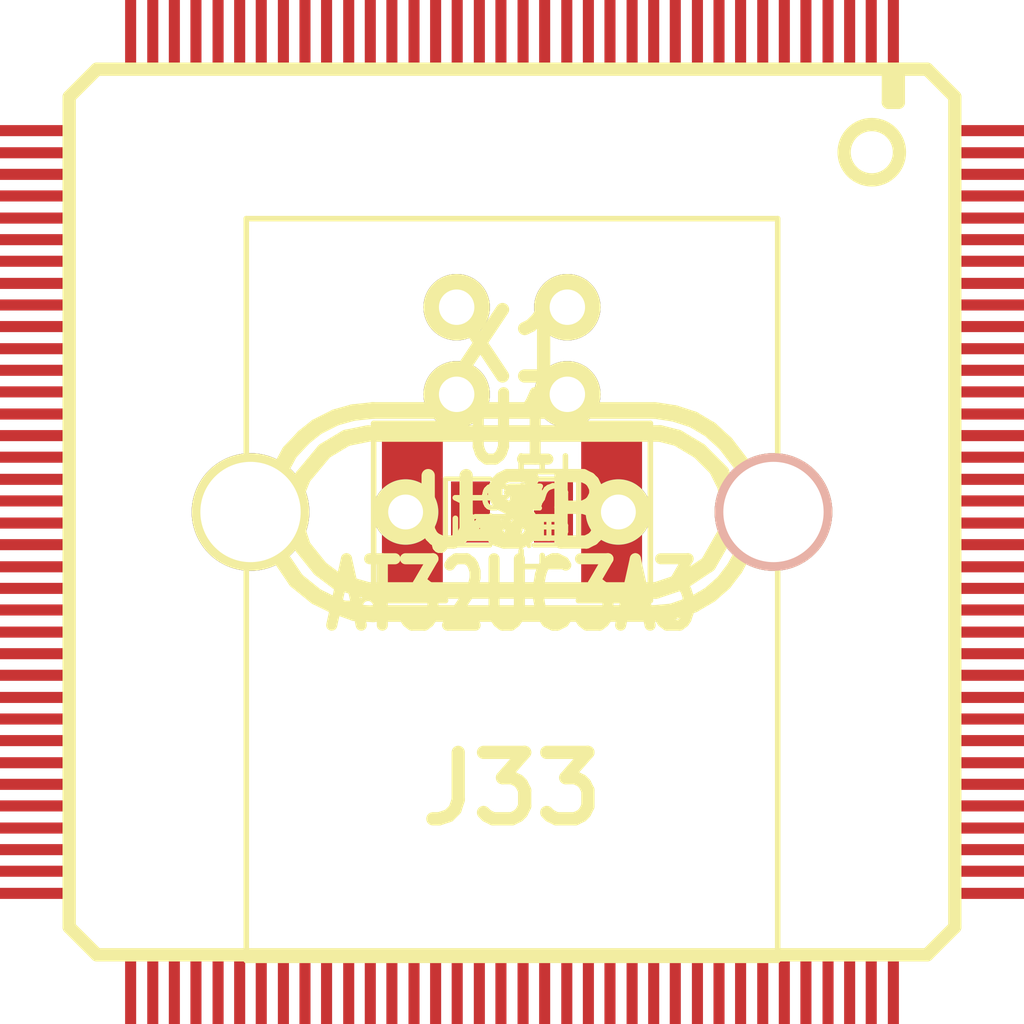
<source format=kicad_pcb>
(kicad_pcb (version 3) (host pcbnew "(2014-03-19 BZR 4756)-product")

  (general
    (links 93)
    (no_connects 40)
    (area 0 0 0 0)
    (thickness 1.6)
    (drawings 0)
    (tracks 0)
    (zones 0)
    (modules 37)
    (nets 14)
  )

  (page A4)
  (layers
    (15 F.Cu signal)
    (0 B.Cu signal)
    (16 B.Adhes user)
    (17 F.Adhes user)
    (18 B.Paste user)
    (19 F.Paste user)
    (20 B.SilkS user)
    (21 F.SilkS user)
    (22 B.Mask user)
    (23 F.Mask user)
    (24 Dwgs.User user)
    (25 Cmts.User user)
    (26 Eco1.User user)
    (27 Eco2.User user)
    (28 Edge.Cuts user)
  )

  (setup
    (last_trace_width 0.254)
    (trace_clearance 0.254)
    (zone_clearance 0.508)
    (zone_45_only no)
    (trace_min 0.254)
    (segment_width 0.2)
    (edge_width 0.15)
    (via_size 0.889)
    (via_drill 0.635)
    (via_min_size 0.889)
    (via_min_drill 0.508)
    (uvia_size 0.508)
    (uvia_drill 0.127)
    (uvias_allowed no)
    (uvia_min_size 0.508)
    (uvia_min_drill 0.127)
    (pcb_text_width 0.3)
    (pcb_text_size 1 1)
    (mod_edge_width 0.15)
    (mod_text_size 1 1)
    (mod_text_width 0.15)
    (pad_size 1 1)
    (pad_drill 0.6)
    (pad_to_mask_clearance 0)
    (aux_axis_origin 0 0)
    (visible_elements FFFFFF7F)
    (pcbplotparams
      (layerselection 3178497)
      (usegerberextensions true)
      (excludeedgelayer true)
      (linewidth 0.150000)
      (plotframeref false)
      (viasonmask false)
      (mode 1)
      (useauxorigin false)
      (hpglpennumber 1)
      (hpglpenspeed 20)
      (hpglpendiameter 15)
      (hpglpenoverlay 2)
      (psnegative false)
      (psa4output false)
      (plotreference true)
      (plotvalue true)
      (plotothertext true)
      (plotinvisibletext false)
      (padsonsilk false)
      (subtractmaskfromsilk false)
      (outputformat 1)
      (mirror false)
      (drillshape 1)
      (scaleselection 1)
      (outputdirectory ""))
  )

  (net 0 "")
  (net 1 +3.3V)
  (net 2 GND)
  (net 3 "Net-(C10-Pad1)")
  (net 4 "Net-(C18-Pad1)")
  (net 5 "Net-(C27-Pad1)")
  (net 6 "Net-(C28-Pad1)")
  (net 7 +5V)
  (net 8 "Net-(J33-Pad2)")
  (net 9 "Net-(J33-Pad3)")
  (net 10 "Net-(CON1-Pad6)")
  (net 11 "Net-(R4-Pad1)")
  (net 12 "Net-(R5-Pad1)")
  (net 13 "Net-(J41-Pad1)")

  (net_class Default "This is the default net class."
    (clearance 0.254)
    (trace_width 0.254)
    (via_dia 0.889)
    (via_drill 0.635)
    (uvia_dia 0.508)
    (uvia_drill 0.127)
    (add_net +3.3V)
    (add_net +5V)
    (add_net GND)
    (add_net "Net-(C10-Pad1)")
    (add_net "Net-(C18-Pad1)")
    (add_net "Net-(C27-Pad1)")
    (add_net "Net-(C28-Pad1)")
    (add_net "Net-(CON1-Pad6)")
    (add_net "Net-(J33-Pad2)")
    (add_net "Net-(J33-Pad3)")
    (add_net "Net-(J41-Pad1)")
    (add_net "Net-(R4-Pad1)")
    (add_net "Net-(R5-Pad1)")
  )

  (module SMD_Packages:SM0805 (layer F.Cu) (tedit 53B886C5) (tstamp 53B88851)
    (at 143.1011 105.4036)
    (path /4AC4586E)
    (attr smd)
    (fp_text reference C1 (at 0 -0.3175) (layer F.SilkS)
      (effects (font (size 0.50038 0.50038) (thickness 0.10922)))
    )
    (fp_text value 470pF (at 0 0.381) (layer F.SilkS)
      (effects (font (size 0.50038 0.50038) (thickness 0.10922)))
    )
    (fp_circle (center -1.651 0.762) (end -1.651 0.635) (layer F.SilkS) (width 0.09906))
    (fp_line (start -0.508 0.762) (end -1.524 0.762) (layer F.SilkS) (width 0.09906))
    (fp_line (start -1.524 0.762) (end -1.524 -0.762) (layer F.SilkS) (width 0.09906))
    (fp_line (start -1.524 -0.762) (end -0.508 -0.762) (layer F.SilkS) (width 0.09906))
    (fp_line (start 0.508 -0.762) (end 1.524 -0.762) (layer F.SilkS) (width 0.09906))
    (fp_line (start 1.524 -0.762) (end 1.524 0.762) (layer F.SilkS) (width 0.09906))
    (fp_line (start 1.524 0.762) (end 0.508 0.762) (layer F.SilkS) (width 0.09906))
    (pad 1 smd rect (at -0.9525 0) (size 0.889 1.397) (layers F.Cu F.Paste F.Mask)
      (net 1 +3.3V))
    (pad 2 smd rect (at 0.9525 0) (size 0.889 1.397) (layers F.Cu F.Paste F.Mask)
      (net 2 GND))
    (model smd/chip_cms.wrl
      (at (xyz 0 0 0))
      (scale (xyz 0.1 0.1 0.1))
      (rotate (xyz 0 0 0))
    )
  )

  (module SMD_Packages:SM0805 (layer F.Cu) (tedit 53B886C5) (tstamp 53B8885E)
    (at 143.1011 105.4036)
    (path /4AC4520D)
    (attr smd)
    (fp_text reference C2 (at 0 -0.3175) (layer F.SilkS)
      (effects (font (size 0.50038 0.50038) (thickness 0.10922)))
    )
    (fp_text value 33nF (at 0 0.381) (layer F.SilkS)
      (effects (font (size 0.50038 0.50038) (thickness 0.10922)))
    )
    (fp_circle (center -1.651 0.762) (end -1.651 0.635) (layer F.SilkS) (width 0.09906))
    (fp_line (start -0.508 0.762) (end -1.524 0.762) (layer F.SilkS) (width 0.09906))
    (fp_line (start -1.524 0.762) (end -1.524 -0.762) (layer F.SilkS) (width 0.09906))
    (fp_line (start -1.524 -0.762) (end -0.508 -0.762) (layer F.SilkS) (width 0.09906))
    (fp_line (start 0.508 -0.762) (end 1.524 -0.762) (layer F.SilkS) (width 0.09906))
    (fp_line (start 1.524 -0.762) (end 1.524 0.762) (layer F.SilkS) (width 0.09906))
    (fp_line (start 1.524 0.762) (end 0.508 0.762) (layer F.SilkS) (width 0.09906))
    (pad 1 smd rect (at -0.9525 0) (size 0.889 1.397) (layers F.Cu F.Paste F.Mask)
      (net 1 +3.3V))
    (pad 2 smd rect (at 0.9525 0) (size 0.889 1.397) (layers F.Cu F.Paste F.Mask)
      (net 2 GND))
    (model smd/chip_cms.wrl
      (at (xyz 0 0 0))
      (scale (xyz 0.1 0.1 0.1))
      (rotate (xyz 0 0 0))
    )
  )

  (module SMD_Packages:SM0805 (layer F.Cu) (tedit 53B886C5) (tstamp 53B8886B)
    (at 143.1011 105.4036)
    (path /4AC44ED7)
    (attr smd)
    (fp_text reference C3 (at 0 -0.3175) (layer F.SilkS)
      (effects (font (size 0.50038 0.50038) (thickness 0.10922)))
    )
    (fp_text value 100nF (at 0 0.381) (layer F.SilkS)
      (effects (font (size 0.50038 0.50038) (thickness 0.10922)))
    )
    (fp_circle (center -1.651 0.762) (end -1.651 0.635) (layer F.SilkS) (width 0.09906))
    (fp_line (start -0.508 0.762) (end -1.524 0.762) (layer F.SilkS) (width 0.09906))
    (fp_line (start -1.524 0.762) (end -1.524 -0.762) (layer F.SilkS) (width 0.09906))
    (fp_line (start -1.524 -0.762) (end -0.508 -0.762) (layer F.SilkS) (width 0.09906))
    (fp_line (start 0.508 -0.762) (end 1.524 -0.762) (layer F.SilkS) (width 0.09906))
    (fp_line (start 1.524 -0.762) (end 1.524 0.762) (layer F.SilkS) (width 0.09906))
    (fp_line (start 1.524 0.762) (end 0.508 0.762) (layer F.SilkS) (width 0.09906))
    (pad 1 smd rect (at -0.9525 0) (size 0.889 1.397) (layers F.Cu F.Paste F.Mask)
      (net 1 +3.3V))
    (pad 2 smd rect (at 0.9525 0) (size 0.889 1.397) (layers F.Cu F.Paste F.Mask)
      (net 2 GND))
    (model smd/chip_cms.wrl
      (at (xyz 0 0 0))
      (scale (xyz 0.1 0.1 0.1))
      (rotate (xyz 0 0 0))
    )
  )

  (module SMD_Packages:SM0805 (layer F.Cu) (tedit 53B886C5) (tstamp 53B88878)
    (at 143.1011 105.4036)
    (path /4AC45A1F)
    (attr smd)
    (fp_text reference C4 (at 0 -0.3175) (layer F.SilkS)
      (effects (font (size 0.50038 0.50038) (thickness 0.10922)))
    )
    (fp_text value 2u2 (at 0 0.381) (layer F.SilkS)
      (effects (font (size 0.50038 0.50038) (thickness 0.10922)))
    )
    (fp_circle (center -1.651 0.762) (end -1.651 0.635) (layer F.SilkS) (width 0.09906))
    (fp_line (start -0.508 0.762) (end -1.524 0.762) (layer F.SilkS) (width 0.09906))
    (fp_line (start -1.524 0.762) (end -1.524 -0.762) (layer F.SilkS) (width 0.09906))
    (fp_line (start -1.524 -0.762) (end -0.508 -0.762) (layer F.SilkS) (width 0.09906))
    (fp_line (start 0.508 -0.762) (end 1.524 -0.762) (layer F.SilkS) (width 0.09906))
    (fp_line (start 1.524 -0.762) (end 1.524 0.762) (layer F.SilkS) (width 0.09906))
    (fp_line (start 1.524 0.762) (end 0.508 0.762) (layer F.SilkS) (width 0.09906))
    (pad 1 smd rect (at -0.9525 0) (size 0.889 1.397) (layers F.Cu F.Paste F.Mask)
      (net 1 +3.3V))
    (pad 2 smd rect (at 0.9525 0) (size 0.889 1.397) (layers F.Cu F.Paste F.Mask)
      (net 2 GND))
    (model smd/chip_cms.wrl
      (at (xyz 0 0 0))
      (scale (xyz 0.1 0.1 0.1))
      (rotate (xyz 0 0 0))
    )
  )

  (module SMD_Packages:SM0805 (layer F.Cu) (tedit 53B886C5) (tstamp 53B88885)
    (at 143.1011 105.4036)
    (path /4AC45194)
    (attr smd)
    (fp_text reference C5 (at 0 -0.3175) (layer F.SilkS)
      (effects (font (size 0.50038 0.50038) (thickness 0.10922)))
    )
    (fp_text value 33nF (at 0 0.381) (layer F.SilkS)
      (effects (font (size 0.50038 0.50038) (thickness 0.10922)))
    )
    (fp_circle (center -1.651 0.762) (end -1.651 0.635) (layer F.SilkS) (width 0.09906))
    (fp_line (start -0.508 0.762) (end -1.524 0.762) (layer F.SilkS) (width 0.09906))
    (fp_line (start -1.524 0.762) (end -1.524 -0.762) (layer F.SilkS) (width 0.09906))
    (fp_line (start -1.524 -0.762) (end -0.508 -0.762) (layer F.SilkS) (width 0.09906))
    (fp_line (start 0.508 -0.762) (end 1.524 -0.762) (layer F.SilkS) (width 0.09906))
    (fp_line (start 1.524 -0.762) (end 1.524 0.762) (layer F.SilkS) (width 0.09906))
    (fp_line (start 1.524 0.762) (end 0.508 0.762) (layer F.SilkS) (width 0.09906))
    (pad 1 smd rect (at -0.9525 0) (size 0.889 1.397) (layers F.Cu F.Paste F.Mask)
      (net 1 +3.3V))
    (pad 2 smd rect (at 0.9525 0) (size 0.889 1.397) (layers F.Cu F.Paste F.Mask)
      (net 2 GND))
    (model smd/chip_cms.wrl
      (at (xyz 0 0 0))
      (scale (xyz 0.1 0.1 0.1))
      (rotate (xyz 0 0 0))
    )
  )

  (module SMD_Packages:SM0805 (layer F.Cu) (tedit 53B886C5) (tstamp 53B88892)
    (at 143.1011 105.4036)
    (path /4ACCEFBC)
    (attr smd)
    (fp_text reference C6 (at 0 -0.3175) (layer F.SilkS)
      (effects (font (size 0.50038 0.50038) (thickness 0.10922)))
    )
    (fp_text value 1nF (at 0 0.381) (layer F.SilkS)
      (effects (font (size 0.50038 0.50038) (thickness 0.10922)))
    )
    (fp_circle (center -1.651 0.762) (end -1.651 0.635) (layer F.SilkS) (width 0.09906))
    (fp_line (start -0.508 0.762) (end -1.524 0.762) (layer F.SilkS) (width 0.09906))
    (fp_line (start -1.524 0.762) (end -1.524 -0.762) (layer F.SilkS) (width 0.09906))
    (fp_line (start -1.524 -0.762) (end -0.508 -0.762) (layer F.SilkS) (width 0.09906))
    (fp_line (start 0.508 -0.762) (end 1.524 -0.762) (layer F.SilkS) (width 0.09906))
    (fp_line (start 1.524 -0.762) (end 1.524 0.762) (layer F.SilkS) (width 0.09906))
    (fp_line (start 1.524 0.762) (end 0.508 0.762) (layer F.SilkS) (width 0.09906))
    (pad 1 smd rect (at -0.9525 0) (size 0.889 1.397) (layers F.Cu F.Paste F.Mask)
      (net 1 +3.3V))
    (pad 2 smd rect (at 0.9525 0) (size 0.889 1.397) (layers F.Cu F.Paste F.Mask)
      (net 2 GND))
    (model smd/chip_cms.wrl
      (at (xyz 0 0 0))
      (scale (xyz 0.1 0.1 0.1))
      (rotate (xyz 0 0 0))
    )
  )

  (module SMD_Packages:SM0805 (layer F.Cu) (tedit 53B886C5) (tstamp 53B8889F)
    (at 143.1011 105.4036)
    (path /4AC44EE1)
    (attr smd)
    (fp_text reference C7 (at 0 -0.3175) (layer F.SilkS)
      (effects (font (size 0.50038 0.50038) (thickness 0.10922)))
    )
    (fp_text value 100nF (at 0 0.381) (layer F.SilkS)
      (effects (font (size 0.50038 0.50038) (thickness 0.10922)))
    )
    (fp_circle (center -1.651 0.762) (end -1.651 0.635) (layer F.SilkS) (width 0.09906))
    (fp_line (start -0.508 0.762) (end -1.524 0.762) (layer F.SilkS) (width 0.09906))
    (fp_line (start -1.524 0.762) (end -1.524 -0.762) (layer F.SilkS) (width 0.09906))
    (fp_line (start -1.524 -0.762) (end -0.508 -0.762) (layer F.SilkS) (width 0.09906))
    (fp_line (start 0.508 -0.762) (end 1.524 -0.762) (layer F.SilkS) (width 0.09906))
    (fp_line (start 1.524 -0.762) (end 1.524 0.762) (layer F.SilkS) (width 0.09906))
    (fp_line (start 1.524 0.762) (end 0.508 0.762) (layer F.SilkS) (width 0.09906))
    (pad 1 smd rect (at -0.9525 0) (size 0.889 1.397) (layers F.Cu F.Paste F.Mask)
      (net 1 +3.3V))
    (pad 2 smd rect (at 0.9525 0) (size 0.889 1.397) (layers F.Cu F.Paste F.Mask)
      (net 2 GND))
    (model smd/chip_cms.wrl
      (at (xyz 0 0 0))
      (scale (xyz 0.1 0.1 0.1))
      (rotate (xyz 0 0 0))
    )
  )

  (module SMD_Packages:SM0805 (layer F.Cu) (tedit 53B886C5) (tstamp 53B888AC)
    (at 143.1011 105.4036)
    (path /4AC45B4D)
    (attr smd)
    (fp_text reference C8 (at 0 -0.3175) (layer F.SilkS)
      (effects (font (size 0.50038 0.50038) (thickness 0.10922)))
    )
    (fp_text value 4u7 (at 0 0.381) (layer F.SilkS)
      (effects (font (size 0.50038 0.50038) (thickness 0.10922)))
    )
    (fp_circle (center -1.651 0.762) (end -1.651 0.635) (layer F.SilkS) (width 0.09906))
    (fp_line (start -0.508 0.762) (end -1.524 0.762) (layer F.SilkS) (width 0.09906))
    (fp_line (start -1.524 0.762) (end -1.524 -0.762) (layer F.SilkS) (width 0.09906))
    (fp_line (start -1.524 -0.762) (end -0.508 -0.762) (layer F.SilkS) (width 0.09906))
    (fp_line (start 0.508 -0.762) (end 1.524 -0.762) (layer F.SilkS) (width 0.09906))
    (fp_line (start 1.524 -0.762) (end 1.524 0.762) (layer F.SilkS) (width 0.09906))
    (fp_line (start 1.524 0.762) (end 0.508 0.762) (layer F.SilkS) (width 0.09906))
    (pad 1 smd rect (at -0.9525 0) (size 0.889 1.397) (layers F.Cu F.Paste F.Mask)
      (net 1 +3.3V))
    (pad 2 smd rect (at 0.9525 0) (size 0.889 1.397) (layers F.Cu F.Paste F.Mask)
      (net 2 GND))
    (model smd/chip_cms.wrl
      (at (xyz 0 0 0))
      (scale (xyz 0.1 0.1 0.1))
      (rotate (xyz 0 0 0))
    )
  )

  (module SMD_Packages:SM0805 (layer F.Cu) (tedit 53B886C5) (tstamp 53B888B9)
    (at 143.1011 105.4036)
    (path /4AC451EC)
    (attr smd)
    (fp_text reference C9 (at 0 -0.3175) (layer F.SilkS)
      (effects (font (size 0.50038 0.50038) (thickness 0.10922)))
    )
    (fp_text value 33nF (at 0 0.381) (layer F.SilkS)
      (effects (font (size 0.50038 0.50038) (thickness 0.10922)))
    )
    (fp_circle (center -1.651 0.762) (end -1.651 0.635) (layer F.SilkS) (width 0.09906))
    (fp_line (start -0.508 0.762) (end -1.524 0.762) (layer F.SilkS) (width 0.09906))
    (fp_line (start -1.524 0.762) (end -1.524 -0.762) (layer F.SilkS) (width 0.09906))
    (fp_line (start -1.524 -0.762) (end -0.508 -0.762) (layer F.SilkS) (width 0.09906))
    (fp_line (start 0.508 -0.762) (end 1.524 -0.762) (layer F.SilkS) (width 0.09906))
    (fp_line (start 1.524 -0.762) (end 1.524 0.762) (layer F.SilkS) (width 0.09906))
    (fp_line (start 1.524 0.762) (end 0.508 0.762) (layer F.SilkS) (width 0.09906))
    (pad 1 smd rect (at -0.9525 0) (size 0.889 1.397) (layers F.Cu F.Paste F.Mask)
      (net 1 +3.3V))
    (pad 2 smd rect (at 0.9525 0) (size 0.889 1.397) (layers F.Cu F.Paste F.Mask)
      (net 2 GND))
    (model smd/chip_cms.wrl
      (at (xyz 0 0 0))
      (scale (xyz 0.1 0.1 0.1))
      (rotate (xyz 0 0 0))
    )
  )

  (module SMD_Packages:SM0805 (layer F.Cu) (tedit 53B886C5) (tstamp 53B888C6)
    (at 143.1011 105.4036)
    (path /53B8DA42)
    (attr smd)
    (fp_text reference C10 (at 0 -0.3175) (layer F.SilkS)
      (effects (font (size 0.50038 0.50038) (thickness 0.10922)))
    )
    (fp_text value 10nF (at 0 0.381) (layer F.SilkS)
      (effects (font (size 0.50038 0.50038) (thickness 0.10922)))
    )
    (fp_circle (center -1.651 0.762) (end -1.651 0.635) (layer F.SilkS) (width 0.09906))
    (fp_line (start -0.508 0.762) (end -1.524 0.762) (layer F.SilkS) (width 0.09906))
    (fp_line (start -1.524 0.762) (end -1.524 -0.762) (layer F.SilkS) (width 0.09906))
    (fp_line (start -1.524 -0.762) (end -0.508 -0.762) (layer F.SilkS) (width 0.09906))
    (fp_line (start 0.508 -0.762) (end 1.524 -0.762) (layer F.SilkS) (width 0.09906))
    (fp_line (start 1.524 -0.762) (end 1.524 0.762) (layer F.SilkS) (width 0.09906))
    (fp_line (start 1.524 0.762) (end 0.508 0.762) (layer F.SilkS) (width 0.09906))
    (pad 1 smd rect (at -0.9525 0) (size 0.889 1.397) (layers F.Cu F.Paste F.Mask)
      (net 3 "Net-(C10-Pad1)"))
    (pad 2 smd rect (at 0.9525 0) (size 0.889 1.397) (layers F.Cu F.Paste F.Mask)
      (net 2 GND))
    (model smd/chip_cms.wrl
      (at (xyz 0 0 0))
      (scale (xyz 0.1 0.1 0.1))
      (rotate (xyz 0 0 0))
    )
  )

  (module SMD_Packages:SM0805 (layer F.Cu) (tedit 53B886C5) (tstamp 53B888D3)
    (at 143.1011 105.4036)
    (path /4AC451E6)
    (attr smd)
    (fp_text reference C11 (at 0 -0.3175) (layer F.SilkS)
      (effects (font (size 0.50038 0.50038) (thickness 0.10922)))
    )
    (fp_text value 33n (at 0 0.381) (layer F.SilkS)
      (effects (font (size 0.50038 0.50038) (thickness 0.10922)))
    )
    (fp_circle (center -1.651 0.762) (end -1.651 0.635) (layer F.SilkS) (width 0.09906))
    (fp_line (start -0.508 0.762) (end -1.524 0.762) (layer F.SilkS) (width 0.09906))
    (fp_line (start -1.524 0.762) (end -1.524 -0.762) (layer F.SilkS) (width 0.09906))
    (fp_line (start -1.524 -0.762) (end -0.508 -0.762) (layer F.SilkS) (width 0.09906))
    (fp_line (start 0.508 -0.762) (end 1.524 -0.762) (layer F.SilkS) (width 0.09906))
    (fp_line (start 1.524 -0.762) (end 1.524 0.762) (layer F.SilkS) (width 0.09906))
    (fp_line (start 1.524 0.762) (end 0.508 0.762) (layer F.SilkS) (width 0.09906))
    (pad 1 smd rect (at -0.9525 0) (size 0.889 1.397) (layers F.Cu F.Paste F.Mask)
      (net 1 +3.3V))
    (pad 2 smd rect (at 0.9525 0) (size 0.889 1.397) (layers F.Cu F.Paste F.Mask)
      (net 2 GND))
    (model smd/chip_cms.wrl
      (at (xyz 0 0 0))
      (scale (xyz 0.1 0.1 0.1))
      (rotate (xyz 0 0 0))
    )
  )

  (module SMD_Packages:SM0805 (layer F.Cu) (tedit 53B886C5) (tstamp 53B888E0)
    (at 143.1011 105.4036)
    (path /4AC44EF1)
    (attr smd)
    (fp_text reference C12 (at 0 -0.3175) (layer F.SilkS)
      (effects (font (size 0.50038 0.50038) (thickness 0.10922)))
    )
    (fp_text value 100nF (at 0 0.381) (layer F.SilkS)
      (effects (font (size 0.50038 0.50038) (thickness 0.10922)))
    )
    (fp_circle (center -1.651 0.762) (end -1.651 0.635) (layer F.SilkS) (width 0.09906))
    (fp_line (start -0.508 0.762) (end -1.524 0.762) (layer F.SilkS) (width 0.09906))
    (fp_line (start -1.524 0.762) (end -1.524 -0.762) (layer F.SilkS) (width 0.09906))
    (fp_line (start -1.524 -0.762) (end -0.508 -0.762) (layer F.SilkS) (width 0.09906))
    (fp_line (start 0.508 -0.762) (end 1.524 -0.762) (layer F.SilkS) (width 0.09906))
    (fp_line (start 1.524 -0.762) (end 1.524 0.762) (layer F.SilkS) (width 0.09906))
    (fp_line (start 1.524 0.762) (end 0.508 0.762) (layer F.SilkS) (width 0.09906))
    (pad 1 smd rect (at -0.9525 0) (size 0.889 1.397) (layers F.Cu F.Paste F.Mask)
      (net 1 +3.3V))
    (pad 2 smd rect (at 0.9525 0) (size 0.889 1.397) (layers F.Cu F.Paste F.Mask)
      (net 2 GND))
    (model smd/chip_cms.wrl
      (at (xyz 0 0 0))
      (scale (xyz 0.1 0.1 0.1))
      (rotate (xyz 0 0 0))
    )
  )

  (module SMD_Packages:SM0805 (layer F.Cu) (tedit 53B886C5) (tstamp 53B888ED)
    (at 143.1011 105.4036)
    (path /4AC44EF8)
    (attr smd)
    (fp_text reference C13 (at 0 -0.3175) (layer F.SilkS)
      (effects (font (size 0.50038 0.50038) (thickness 0.10922)))
    )
    (fp_text value 100nF (at 0 0.381) (layer F.SilkS)
      (effects (font (size 0.50038 0.50038) (thickness 0.10922)))
    )
    (fp_circle (center -1.651 0.762) (end -1.651 0.635) (layer F.SilkS) (width 0.09906))
    (fp_line (start -0.508 0.762) (end -1.524 0.762) (layer F.SilkS) (width 0.09906))
    (fp_line (start -1.524 0.762) (end -1.524 -0.762) (layer F.SilkS) (width 0.09906))
    (fp_line (start -1.524 -0.762) (end -0.508 -0.762) (layer F.SilkS) (width 0.09906))
    (fp_line (start 0.508 -0.762) (end 1.524 -0.762) (layer F.SilkS) (width 0.09906))
    (fp_line (start 1.524 -0.762) (end 1.524 0.762) (layer F.SilkS) (width 0.09906))
    (fp_line (start 1.524 0.762) (end 0.508 0.762) (layer F.SilkS) (width 0.09906))
    (pad 1 smd rect (at -0.9525 0) (size 0.889 1.397) (layers F.Cu F.Paste F.Mask)
      (net 1 +3.3V))
    (pad 2 smd rect (at 0.9525 0) (size 0.889 1.397) (layers F.Cu F.Paste F.Mask)
      (net 2 GND))
    (model smd/chip_cms.wrl
      (at (xyz 0 0 0))
      (scale (xyz 0.1 0.1 0.1))
      (rotate (xyz 0 0 0))
    )
  )

  (module SMD_Packages:SM0805 (layer F.Cu) (tedit 53B886C5) (tstamp 53B888FA)
    (at 143.1011 105.4036)
    (path /4B16A2F6)
    (attr smd)
    (fp_text reference C14 (at 0 -0.3175) (layer F.SilkS)
      (effects (font (size 0.50038 0.50038) (thickness 0.10922)))
    )
    (fp_text value 33nF (at 0 0.381) (layer F.SilkS)
      (effects (font (size 0.50038 0.50038) (thickness 0.10922)))
    )
    (fp_circle (center -1.651 0.762) (end -1.651 0.635) (layer F.SilkS) (width 0.09906))
    (fp_line (start -0.508 0.762) (end -1.524 0.762) (layer F.SilkS) (width 0.09906))
    (fp_line (start -1.524 0.762) (end -1.524 -0.762) (layer F.SilkS) (width 0.09906))
    (fp_line (start -1.524 -0.762) (end -0.508 -0.762) (layer F.SilkS) (width 0.09906))
    (fp_line (start 0.508 -0.762) (end 1.524 -0.762) (layer F.SilkS) (width 0.09906))
    (fp_line (start 1.524 -0.762) (end 1.524 0.762) (layer F.SilkS) (width 0.09906))
    (fp_line (start 1.524 0.762) (end 0.508 0.762) (layer F.SilkS) (width 0.09906))
    (pad 1 smd rect (at -0.9525 0) (size 0.889 1.397) (layers F.Cu F.Paste F.Mask)
      (net 1 +3.3V))
    (pad 2 smd rect (at 0.9525 0) (size 0.889 1.397) (layers F.Cu F.Paste F.Mask)
      (net 2 GND))
    (model smd/chip_cms.wrl
      (at (xyz 0 0 0))
      (scale (xyz 0.1 0.1 0.1))
      (rotate (xyz 0 0 0))
    )
  )

  (module SMD_Packages:SM0805 (layer F.Cu) (tedit 53B886C5) (tstamp 53B88907)
    (at 143.1011 105.4036)
    (path /4AC451C3)
    (attr smd)
    (fp_text reference C15 (at 0 -0.3175) (layer F.SilkS)
      (effects (font (size 0.50038 0.50038) (thickness 0.10922)))
    )
    (fp_text value 33n (at 0 0.381) (layer F.SilkS)
      (effects (font (size 0.50038 0.50038) (thickness 0.10922)))
    )
    (fp_circle (center -1.651 0.762) (end -1.651 0.635) (layer F.SilkS) (width 0.09906))
    (fp_line (start -0.508 0.762) (end -1.524 0.762) (layer F.SilkS) (width 0.09906))
    (fp_line (start -1.524 0.762) (end -1.524 -0.762) (layer F.SilkS) (width 0.09906))
    (fp_line (start -1.524 -0.762) (end -0.508 -0.762) (layer F.SilkS) (width 0.09906))
    (fp_line (start 0.508 -0.762) (end 1.524 -0.762) (layer F.SilkS) (width 0.09906))
    (fp_line (start 1.524 -0.762) (end 1.524 0.762) (layer F.SilkS) (width 0.09906))
    (fp_line (start 1.524 0.762) (end 0.508 0.762) (layer F.SilkS) (width 0.09906))
    (pad 1 smd rect (at -0.9525 0) (size 0.889 1.397) (layers F.Cu F.Paste F.Mask)
      (net 1 +3.3V))
    (pad 2 smd rect (at 0.9525 0) (size 0.889 1.397) (layers F.Cu F.Paste F.Mask)
      (net 2 GND))
    (model smd/chip_cms.wrl
      (at (xyz 0 0 0))
      (scale (xyz 0.1 0.1 0.1))
      (rotate (xyz 0 0 0))
    )
  )

  (module SMD_Packages:SM0805 (layer F.Cu) (tedit 53B886C5) (tstamp 53B88914)
    (at 143.1011 105.4036)
    (path /4B16A2FD)
    (attr smd)
    (fp_text reference C16 (at 0 -0.3175) (layer F.SilkS)
      (effects (font (size 0.50038 0.50038) (thickness 0.10922)))
    )
    (fp_text value 100nF (at 0 0.381) (layer F.SilkS)
      (effects (font (size 0.50038 0.50038) (thickness 0.10922)))
    )
    (fp_circle (center -1.651 0.762) (end -1.651 0.635) (layer F.SilkS) (width 0.09906))
    (fp_line (start -0.508 0.762) (end -1.524 0.762) (layer F.SilkS) (width 0.09906))
    (fp_line (start -1.524 0.762) (end -1.524 -0.762) (layer F.SilkS) (width 0.09906))
    (fp_line (start -1.524 -0.762) (end -0.508 -0.762) (layer F.SilkS) (width 0.09906))
    (fp_line (start 0.508 -0.762) (end 1.524 -0.762) (layer F.SilkS) (width 0.09906))
    (fp_line (start 1.524 -0.762) (end 1.524 0.762) (layer F.SilkS) (width 0.09906))
    (fp_line (start 1.524 0.762) (end 0.508 0.762) (layer F.SilkS) (width 0.09906))
    (pad 1 smd rect (at -0.9525 0) (size 0.889 1.397) (layers F.Cu F.Paste F.Mask)
      (net 1 +3.3V))
    (pad 2 smd rect (at 0.9525 0) (size 0.889 1.397) (layers F.Cu F.Paste F.Mask)
      (net 2 GND))
    (model smd/chip_cms.wrl
      (at (xyz 0 0 0))
      (scale (xyz 0.1 0.1 0.1))
      (rotate (xyz 0 0 0))
    )
  )

  (module SMD_Packages:SM0805 (layer F.Cu) (tedit 53B886C5) (tstamp 53B88921)
    (at 143.1011 105.4036)
    (path /4AC44EAD)
    (attr smd)
    (fp_text reference C17 (at 0 -0.3175) (layer F.SilkS)
      (effects (font (size 0.50038 0.50038) (thickness 0.10922)))
    )
    (fp_text value 100nF (at 0 0.381) (layer F.SilkS)
      (effects (font (size 0.50038 0.50038) (thickness 0.10922)))
    )
    (fp_circle (center -1.651 0.762) (end -1.651 0.635) (layer F.SilkS) (width 0.09906))
    (fp_line (start -0.508 0.762) (end -1.524 0.762) (layer F.SilkS) (width 0.09906))
    (fp_line (start -1.524 0.762) (end -1.524 -0.762) (layer F.SilkS) (width 0.09906))
    (fp_line (start -1.524 -0.762) (end -0.508 -0.762) (layer F.SilkS) (width 0.09906))
    (fp_line (start 0.508 -0.762) (end 1.524 -0.762) (layer F.SilkS) (width 0.09906))
    (fp_line (start 1.524 -0.762) (end 1.524 0.762) (layer F.SilkS) (width 0.09906))
    (fp_line (start 1.524 0.762) (end 0.508 0.762) (layer F.SilkS) (width 0.09906))
    (pad 1 smd rect (at -0.9525 0) (size 0.889 1.397) (layers F.Cu F.Paste F.Mask)
      (net 1 +3.3V))
    (pad 2 smd rect (at 0.9525 0) (size 0.889 1.397) (layers F.Cu F.Paste F.Mask)
      (net 2 GND))
    (model smd/chip_cms.wrl
      (at (xyz 0 0 0))
      (scale (xyz 0.1 0.1 0.1))
      (rotate (xyz 0 0 0))
    )
  )

  (module SMD_Packages:SM0805 (layer F.Cu) (tedit 53B886C5) (tstamp 53B8892E)
    (at 143.1011 105.4036)
    (path /4ACBEBAE)
    (attr smd)
    (fp_text reference C18 (at 0 -0.3175) (layer F.SilkS)
      (effects (font (size 0.50038 0.50038) (thickness 0.10922)))
    )
    (fp_text value 10pF (at 0 0.381) (layer F.SilkS)
      (effects (font (size 0.50038 0.50038) (thickness 0.10922)))
    )
    (fp_circle (center -1.651 0.762) (end -1.651 0.635) (layer F.SilkS) (width 0.09906))
    (fp_line (start -0.508 0.762) (end -1.524 0.762) (layer F.SilkS) (width 0.09906))
    (fp_line (start -1.524 0.762) (end -1.524 -0.762) (layer F.SilkS) (width 0.09906))
    (fp_line (start -1.524 -0.762) (end -0.508 -0.762) (layer F.SilkS) (width 0.09906))
    (fp_line (start 0.508 -0.762) (end 1.524 -0.762) (layer F.SilkS) (width 0.09906))
    (fp_line (start 1.524 -0.762) (end 1.524 0.762) (layer F.SilkS) (width 0.09906))
    (fp_line (start 1.524 0.762) (end 0.508 0.762) (layer F.SilkS) (width 0.09906))
    (pad 1 smd rect (at -0.9525 0) (size 0.889 1.397) (layers F.Cu F.Paste F.Mask)
      (net 4 "Net-(C18-Pad1)"))
    (pad 2 smd rect (at 0.9525 0) (size 0.889 1.397) (layers F.Cu F.Paste F.Mask)
      (net 2 GND))
    (model smd/chip_cms.wrl
      (at (xyz 0 0 0))
      (scale (xyz 0.1 0.1 0.1))
      (rotate (xyz 0 0 0))
    )
  )

  (module SMD_Packages:SM0805 (layer F.Cu) (tedit 53B886C5) (tstamp 53B8893B)
    (at 143.1011 105.4036)
    (path /4AC451CC)
    (attr smd)
    (fp_text reference C19 (at 0 -0.3175) (layer F.SilkS)
      (effects (font (size 0.50038 0.50038) (thickness 0.10922)))
    )
    (fp_text value 33nF (at 0 0.381) (layer F.SilkS)
      (effects (font (size 0.50038 0.50038) (thickness 0.10922)))
    )
    (fp_circle (center -1.651 0.762) (end -1.651 0.635) (layer F.SilkS) (width 0.09906))
    (fp_line (start -0.508 0.762) (end -1.524 0.762) (layer F.SilkS) (width 0.09906))
    (fp_line (start -1.524 0.762) (end -1.524 -0.762) (layer F.SilkS) (width 0.09906))
    (fp_line (start -1.524 -0.762) (end -0.508 -0.762) (layer F.SilkS) (width 0.09906))
    (fp_line (start 0.508 -0.762) (end 1.524 -0.762) (layer F.SilkS) (width 0.09906))
    (fp_line (start 1.524 -0.762) (end 1.524 0.762) (layer F.SilkS) (width 0.09906))
    (fp_line (start 1.524 0.762) (end 0.508 0.762) (layer F.SilkS) (width 0.09906))
    (pad 1 smd rect (at -0.9525 0) (size 0.889 1.397) (layers F.Cu F.Paste F.Mask)
      (net 1 +3.3V))
    (pad 2 smd rect (at 0.9525 0) (size 0.889 1.397) (layers F.Cu F.Paste F.Mask)
      (net 2 GND))
    (model smd/chip_cms.wrl
      (at (xyz 0 0 0))
      (scale (xyz 0.1 0.1 0.1))
      (rotate (xyz 0 0 0))
    )
  )

  (module SMD_Packages:SM0805 (layer F.Cu) (tedit 53B886C5) (tstamp 53B88948)
    (at 143.1011 105.4036)
    (path /4AC44F13)
    (attr smd)
    (fp_text reference C20 (at 0 -0.3175) (layer F.SilkS)
      (effects (font (size 0.50038 0.50038) (thickness 0.10922)))
    )
    (fp_text value 100nF (at 0 0.381) (layer F.SilkS)
      (effects (font (size 0.50038 0.50038) (thickness 0.10922)))
    )
    (fp_circle (center -1.651 0.762) (end -1.651 0.635) (layer F.SilkS) (width 0.09906))
    (fp_line (start -0.508 0.762) (end -1.524 0.762) (layer F.SilkS) (width 0.09906))
    (fp_line (start -1.524 0.762) (end -1.524 -0.762) (layer F.SilkS) (width 0.09906))
    (fp_line (start -1.524 -0.762) (end -0.508 -0.762) (layer F.SilkS) (width 0.09906))
    (fp_line (start 0.508 -0.762) (end 1.524 -0.762) (layer F.SilkS) (width 0.09906))
    (fp_line (start 1.524 -0.762) (end 1.524 0.762) (layer F.SilkS) (width 0.09906))
    (fp_line (start 1.524 0.762) (end 0.508 0.762) (layer F.SilkS) (width 0.09906))
    (pad 1 smd rect (at -0.9525 0) (size 0.889 1.397) (layers F.Cu F.Paste F.Mask)
      (net 1 +3.3V))
    (pad 2 smd rect (at 0.9525 0) (size 0.889 1.397) (layers F.Cu F.Paste F.Mask)
      (net 2 GND))
    (model smd/chip_cms.wrl
      (at (xyz 0 0 0))
      (scale (xyz 0.1 0.1 0.1))
      (rotate (xyz 0 0 0))
    )
  )

  (module SMD_Packages:SM0805 (layer F.Cu) (tedit 53B886C5) (tstamp 53B88955)
    (at 143.1011 105.4036)
    (path /4AC44E98)
    (attr smd)
    (fp_text reference C21 (at 0 -0.3175) (layer F.SilkS)
      (effects (font (size 0.50038 0.50038) (thickness 0.10922)))
    )
    (fp_text value 100nF (at 0 0.381) (layer F.SilkS)
      (effects (font (size 0.50038 0.50038) (thickness 0.10922)))
    )
    (fp_circle (center -1.651 0.762) (end -1.651 0.635) (layer F.SilkS) (width 0.09906))
    (fp_line (start -0.508 0.762) (end -1.524 0.762) (layer F.SilkS) (width 0.09906))
    (fp_line (start -1.524 0.762) (end -1.524 -0.762) (layer F.SilkS) (width 0.09906))
    (fp_line (start -1.524 -0.762) (end -0.508 -0.762) (layer F.SilkS) (width 0.09906))
    (fp_line (start 0.508 -0.762) (end 1.524 -0.762) (layer F.SilkS) (width 0.09906))
    (fp_line (start 1.524 -0.762) (end 1.524 0.762) (layer F.SilkS) (width 0.09906))
    (fp_line (start 1.524 0.762) (end 0.508 0.762) (layer F.SilkS) (width 0.09906))
    (pad 1 smd rect (at -0.9525 0) (size 0.889 1.397) (layers F.Cu F.Paste F.Mask)
      (net 1 +3.3V))
    (pad 2 smd rect (at 0.9525 0) (size 0.889 1.397) (layers F.Cu F.Paste F.Mask)
      (net 2 GND))
    (model smd/chip_cms.wrl
      (at (xyz 0 0 0))
      (scale (xyz 0.1 0.1 0.1))
      (rotate (xyz 0 0 0))
    )
  )

  (module SMD_Packages:SM0805 (layer F.Cu) (tedit 53B886C5) (tstamp 53B88962)
    (at 143.1011 105.4036)
    (path /4AC451DB)
    (attr smd)
    (fp_text reference C22 (at 0 -0.3175) (layer F.SilkS)
      (effects (font (size 0.50038 0.50038) (thickness 0.10922)))
    )
    (fp_text value 33nF (at 0 0.381) (layer F.SilkS)
      (effects (font (size 0.50038 0.50038) (thickness 0.10922)))
    )
    (fp_circle (center -1.651 0.762) (end -1.651 0.635) (layer F.SilkS) (width 0.09906))
    (fp_line (start -0.508 0.762) (end -1.524 0.762) (layer F.SilkS) (width 0.09906))
    (fp_line (start -1.524 0.762) (end -1.524 -0.762) (layer F.SilkS) (width 0.09906))
    (fp_line (start -1.524 -0.762) (end -0.508 -0.762) (layer F.SilkS) (width 0.09906))
    (fp_line (start 0.508 -0.762) (end 1.524 -0.762) (layer F.SilkS) (width 0.09906))
    (fp_line (start 1.524 -0.762) (end 1.524 0.762) (layer F.SilkS) (width 0.09906))
    (fp_line (start 1.524 0.762) (end 0.508 0.762) (layer F.SilkS) (width 0.09906))
    (pad 1 smd rect (at -0.9525 0) (size 0.889 1.397) (layers F.Cu F.Paste F.Mask)
      (net 1 +3.3V))
    (pad 2 smd rect (at 0.9525 0) (size 0.889 1.397) (layers F.Cu F.Paste F.Mask)
      (net 2 GND))
    (model smd/chip_cms.wrl
      (at (xyz 0 0 0))
      (scale (xyz 0.1 0.1 0.1))
      (rotate (xyz 0 0 0))
    )
  )

  (module SMD_Packages:SM0805 (layer F.Cu) (tedit 53B886C5) (tstamp 53B8896F)
    (at 143.1011 105.4036)
    (path /4AC451B7)
    (attr smd)
    (fp_text reference C23 (at 0 -0.3175) (layer F.SilkS)
      (effects (font (size 0.50038 0.50038) (thickness 0.10922)))
    )
    (fp_text value 33nF (at 0 0.381) (layer F.SilkS)
      (effects (font (size 0.50038 0.50038) (thickness 0.10922)))
    )
    (fp_circle (center -1.651 0.762) (end -1.651 0.635) (layer F.SilkS) (width 0.09906))
    (fp_line (start -0.508 0.762) (end -1.524 0.762) (layer F.SilkS) (width 0.09906))
    (fp_line (start -1.524 0.762) (end -1.524 -0.762) (layer F.SilkS) (width 0.09906))
    (fp_line (start -1.524 -0.762) (end -0.508 -0.762) (layer F.SilkS) (width 0.09906))
    (fp_line (start 0.508 -0.762) (end 1.524 -0.762) (layer F.SilkS) (width 0.09906))
    (fp_line (start 1.524 -0.762) (end 1.524 0.762) (layer F.SilkS) (width 0.09906))
    (fp_line (start 1.524 0.762) (end 0.508 0.762) (layer F.SilkS) (width 0.09906))
    (pad 1 smd rect (at -0.9525 0) (size 0.889 1.397) (layers F.Cu F.Paste F.Mask)
      (net 1 +3.3V))
    (pad 2 smd rect (at 0.9525 0) (size 0.889 1.397) (layers F.Cu F.Paste F.Mask)
      (net 2 GND))
    (model smd/chip_cms.wrl
      (at (xyz 0 0 0))
      (scale (xyz 0.1 0.1 0.1))
      (rotate (xyz 0 0 0))
    )
  )

  (module SMD_Packages:SM0805 (layer F.Cu) (tedit 53B886C5) (tstamp 53B8897C)
    (at 143.1011 105.4036)
    (path /4AC44F07)
    (attr smd)
    (fp_text reference C24 (at 0 -0.3175) (layer F.SilkS)
      (effects (font (size 0.50038 0.50038) (thickness 0.10922)))
    )
    (fp_text value 100nF (at 0 0.381) (layer F.SilkS)
      (effects (font (size 0.50038 0.50038) (thickness 0.10922)))
    )
    (fp_circle (center -1.651 0.762) (end -1.651 0.635) (layer F.SilkS) (width 0.09906))
    (fp_line (start -0.508 0.762) (end -1.524 0.762) (layer F.SilkS) (width 0.09906))
    (fp_line (start -1.524 0.762) (end -1.524 -0.762) (layer F.SilkS) (width 0.09906))
    (fp_line (start -1.524 -0.762) (end -0.508 -0.762) (layer F.SilkS) (width 0.09906))
    (fp_line (start 0.508 -0.762) (end 1.524 -0.762) (layer F.SilkS) (width 0.09906))
    (fp_line (start 1.524 -0.762) (end 1.524 0.762) (layer F.SilkS) (width 0.09906))
    (fp_line (start 1.524 0.762) (end 0.508 0.762) (layer F.SilkS) (width 0.09906))
    (pad 1 smd rect (at -0.9525 0) (size 0.889 1.397) (layers F.Cu F.Paste F.Mask)
      (net 1 +3.3V))
    (pad 2 smd rect (at 0.9525 0) (size 0.889 1.397) (layers F.Cu F.Paste F.Mask)
      (net 2 GND))
    (model smd/chip_cms.wrl
      (at (xyz 0 0 0))
      (scale (xyz 0.1 0.1 0.1))
      (rotate (xyz 0 0 0))
    )
  )

  (module SMD_Packages:SM0805 (layer F.Cu) (tedit 53B886C5) (tstamp 53B88989)
    (at 143.1011 105.4036)
    (path /4AC44E47)
    (attr smd)
    (fp_text reference C25 (at 0 -0.3175) (layer F.SilkS)
      (effects (font (size 0.50038 0.50038) (thickness 0.10922)))
    )
    (fp_text value 100nF (at 0 0.381) (layer F.SilkS)
      (effects (font (size 0.50038 0.50038) (thickness 0.10922)))
    )
    (fp_circle (center -1.651 0.762) (end -1.651 0.635) (layer F.SilkS) (width 0.09906))
    (fp_line (start -0.508 0.762) (end -1.524 0.762) (layer F.SilkS) (width 0.09906))
    (fp_line (start -1.524 0.762) (end -1.524 -0.762) (layer F.SilkS) (width 0.09906))
    (fp_line (start -1.524 -0.762) (end -0.508 -0.762) (layer F.SilkS) (width 0.09906))
    (fp_line (start 0.508 -0.762) (end 1.524 -0.762) (layer F.SilkS) (width 0.09906))
    (fp_line (start 1.524 -0.762) (end 1.524 0.762) (layer F.SilkS) (width 0.09906))
    (fp_line (start 1.524 0.762) (end 0.508 0.762) (layer F.SilkS) (width 0.09906))
    (pad 1 smd rect (at -0.9525 0) (size 0.889 1.397) (layers F.Cu F.Paste F.Mask)
      (net 1 +3.3V))
    (pad 2 smd rect (at 0.9525 0) (size 0.889 1.397) (layers F.Cu F.Paste F.Mask)
      (net 2 GND))
    (model smd/chip_cms.wrl
      (at (xyz 0 0 0))
      (scale (xyz 0.1 0.1 0.1))
      (rotate (xyz 0 0 0))
    )
  )

  (module SMD_Packages:SM0805 (layer F.Cu) (tedit 53B886C5) (tstamp 53B88996)
    (at 143.1011 105.4036)
    (path /4AC44F1E)
    (attr smd)
    (fp_text reference C26 (at 0 -0.3175) (layer F.SilkS)
      (effects (font (size 0.50038 0.50038) (thickness 0.10922)))
    )
    (fp_text value 100pF (at 0 0.381) (layer F.SilkS)
      (effects (font (size 0.50038 0.50038) (thickness 0.10922)))
    )
    (fp_circle (center -1.651 0.762) (end -1.651 0.635) (layer F.SilkS) (width 0.09906))
    (fp_line (start -0.508 0.762) (end -1.524 0.762) (layer F.SilkS) (width 0.09906))
    (fp_line (start -1.524 0.762) (end -1.524 -0.762) (layer F.SilkS) (width 0.09906))
    (fp_line (start -1.524 -0.762) (end -0.508 -0.762) (layer F.SilkS) (width 0.09906))
    (fp_line (start 0.508 -0.762) (end 1.524 -0.762) (layer F.SilkS) (width 0.09906))
    (fp_line (start 1.524 -0.762) (end 1.524 0.762) (layer F.SilkS) (width 0.09906))
    (fp_line (start 1.524 0.762) (end 0.508 0.762) (layer F.SilkS) (width 0.09906))
    (pad 1 smd rect (at -0.9525 0) (size 0.889 1.397) (layers F.Cu F.Paste F.Mask)
      (net 1 +3.3V))
    (pad 2 smd rect (at 0.9525 0) (size 0.889 1.397) (layers F.Cu F.Paste F.Mask)
      (net 2 GND))
    (model smd/chip_cms.wrl
      (at (xyz 0 0 0))
      (scale (xyz 0.1 0.1 0.1))
      (rotate (xyz 0 0 0))
    )
  )

  (module SMD_Packages:SM0805 (layer F.Cu) (tedit 53B886C5) (tstamp 53B889A3)
    (at 143.1011 105.4036)
    (path /4AC4535F)
    (attr smd)
    (fp_text reference C27 (at 0 -0.3175) (layer F.SilkS)
      (effects (font (size 0.50038 0.50038) (thickness 0.10922)))
    )
    (fp_text value 8pF (at 0 0.381) (layer F.SilkS)
      (effects (font (size 0.50038 0.50038) (thickness 0.10922)))
    )
    (fp_circle (center -1.651 0.762) (end -1.651 0.635) (layer F.SilkS) (width 0.09906))
    (fp_line (start -0.508 0.762) (end -1.524 0.762) (layer F.SilkS) (width 0.09906))
    (fp_line (start -1.524 0.762) (end -1.524 -0.762) (layer F.SilkS) (width 0.09906))
    (fp_line (start -1.524 -0.762) (end -0.508 -0.762) (layer F.SilkS) (width 0.09906))
    (fp_line (start 0.508 -0.762) (end 1.524 -0.762) (layer F.SilkS) (width 0.09906))
    (fp_line (start 1.524 -0.762) (end 1.524 0.762) (layer F.SilkS) (width 0.09906))
    (fp_line (start 1.524 0.762) (end 0.508 0.762) (layer F.SilkS) (width 0.09906))
    (pad 1 smd rect (at -0.9525 0) (size 0.889 1.397) (layers F.Cu F.Paste F.Mask)
      (net 5 "Net-(C27-Pad1)"))
    (pad 2 smd rect (at 0.9525 0) (size 0.889 1.397) (layers F.Cu F.Paste F.Mask)
      (net 2 GND))
    (model smd/chip_cms.wrl
      (at (xyz 0 0 0))
      (scale (xyz 0.1 0.1 0.1))
      (rotate (xyz 0 0 0))
    )
  )

  (module SMD_Packages:SM0805 (layer F.Cu) (tedit 53B886C5) (tstamp 53B889B0)
    (at 143.1011 105.4036)
    (path /4AC45356)
    (attr smd)
    (fp_text reference C28 (at 0 -0.3175) (layer F.SilkS)
      (effects (font (size 0.50038 0.50038) (thickness 0.10922)))
    )
    (fp_text value 8pF (at 0 0.381) (layer F.SilkS)
      (effects (font (size 0.50038 0.50038) (thickness 0.10922)))
    )
    (fp_circle (center -1.651 0.762) (end -1.651 0.635) (layer F.SilkS) (width 0.09906))
    (fp_line (start -0.508 0.762) (end -1.524 0.762) (layer F.SilkS) (width 0.09906))
    (fp_line (start -1.524 0.762) (end -1.524 -0.762) (layer F.SilkS) (width 0.09906))
    (fp_line (start -1.524 -0.762) (end -0.508 -0.762) (layer F.SilkS) (width 0.09906))
    (fp_line (start 0.508 -0.762) (end 1.524 -0.762) (layer F.SilkS) (width 0.09906))
    (fp_line (start 1.524 -0.762) (end 1.524 0.762) (layer F.SilkS) (width 0.09906))
    (fp_line (start 1.524 0.762) (end 0.508 0.762) (layer F.SilkS) (width 0.09906))
    (pad 1 smd rect (at -0.9525 0) (size 0.889 1.397) (layers F.Cu F.Paste F.Mask)
      (net 6 "Net-(C28-Pad1)"))
    (pad 2 smd rect (at 0.9525 0) (size 0.889 1.397) (layers F.Cu F.Paste F.Mask)
      (net 2 GND))
    (model smd/chip_cms.wrl
      (at (xyz 0 0 0))
      (scale (xyz 0.1 0.1 0.1))
      (rotate (xyz 0 0 0))
    )
  )

  (module SMD_Packages:SM1812 (layer F.Cu) (tedit 53B886C5) (tstamp 53B889BD)
    (at 143.1011 105.4036)
    (tags "CMS SM")
    (path /53B891F7)
    (attr smd)
    (fp_text reference F1 (at -0.74676 0 90) (layer F.SilkS)
      (effects (font (size 1.016 0.762) (thickness 0.127)))
    )
    (fp_text value FUSE (at 0.762 0 90) (layer F.SilkS)
      (effects (font (size 1.016 0.762) (thickness 0.127)))
    )
    (fp_circle (center -3.302 2.159) (end -3.175 2.032) (layer F.SilkS) (width 0.127))
    (fp_line (start 1.524 2.032) (end 3.175 2.032) (layer F.SilkS) (width 0.127))
    (fp_line (start 3.175 2.032) (end 3.175 -2.032) (layer F.SilkS) (width 0.127))
    (fp_line (start 3.175 -2.032) (end 1.524 -2.032) (layer F.SilkS) (width 0.127))
    (fp_line (start -1.524 -2.032) (end -3.175 -2.032) (layer F.SilkS) (width 0.127))
    (fp_line (start -3.175 -2.032) (end -3.175 2.032) (layer F.SilkS) (width 0.127))
    (fp_line (start -3.175 2.032) (end -1.524 2.032) (layer F.SilkS) (width 0.127))
    (pad 1 smd rect (at -2.286 0) (size 1.397 3.81) (layers F.Cu F.Paste F.Mask))
    (pad 2 smd rect (at 2.286 0) (size 1.397 3.81) (layers F.Cu F.Paste F.Mask)
      (net 7 +5V))
    (model smd/chip_cms.wrl
      (at (xyz 0 0 0))
      (scale (xyz 0.21 0.3 0.2))
      (rotate (xyz 0 0 0))
    )
  )

  (module Connect:USB_B (layer F.Cu) (tedit 53B886C7) (tstamp 53B889CB)
    (at 143.1011 105.4036)
    (tags USB)
    (path /53B858EB)
    (fp_text reference J33 (at 0 6.35) (layer F.SilkS)
      (effects (font (thickness 0.3048)))
    )
    (fp_text value USB (at 0 0) (layer F.SilkS)
      (effects (font (thickness 0.3048)))
    )
    (fp_line (start -6.096 10.287) (end 6.096 10.287) (layer F.SilkS) (width 0.127))
    (fp_line (start 6.096 10.287) (end 6.096 -6.731) (layer F.SilkS) (width 0.127))
    (fp_line (start 6.096 -6.731) (end -6.096 -6.731) (layer F.SilkS) (width 0.127))
    (fp_line (start -6.096 -6.731) (end -6.096 10.287) (layer F.SilkS) (width 0.127))
    (pad 1 thru_hole circle (at 1.27 -4.699) (size 1.524 1.524) (drill 0.8128) (layers *.Cu *.Mask F.SilkS))
    (pad 2 thru_hole circle (at -1.27 -4.699) (size 1.524 1.524) (drill 0.8128) (layers *.Cu *.Mask F.SilkS)
      (net 8 "Net-(J33-Pad2)"))
    (pad 3 thru_hole circle (at -1.27 -2.70002) (size 1.524 1.524) (drill 0.8128) (layers *.Cu *.Mask F.SilkS)
      (net 9 "Net-(J33-Pad3)"))
    (pad 4 thru_hole circle (at 1.27 -2.70002) (size 1.524 1.524) (drill 0.8128) (layers *.Cu *.Mask F.SilkS)
      (net 2 GND))
    (pad 5 np_thru_hole circle (at 5.99948 0) (size 2.70002 2.70002) (drill 2.30124) (layers *.Cu *.SilkS *.Mask)
      (net 3 "Net-(C10-Pad1)"))
    (pad 6 thru_hole circle (at -5.99948 0) (size 2.70002 2.70002) (drill 2.30124) (layers *.Cu *.Mask F.SilkS)
      (net 3 "Net-(C10-Pad1)"))
    (model Connectors/USB_type_B.wrl
      (at (xyz 0 0 0.001))
      (scale (xyz 0.3937 0.3937 0.3937))
      (rotate (xyz 0 0 0))
    )
  )

  (module SMD_Packages:SM0805 (layer F.Cu) (tedit 53B886C5) (tstamp 53B889D8)
    (at 143.1011 105.4036)
    (path /4B16A672)
    (attr smd)
    (fp_text reference R1 (at 0 -0.3175) (layer F.SilkS)
      (effects (font (size 0.50038 0.50038) (thickness 0.10922)))
    )
    (fp_text value 10k (at 0 0.381) (layer F.SilkS)
      (effects (font (size 0.50038 0.50038) (thickness 0.10922)))
    )
    (fp_circle (center -1.651 0.762) (end -1.651 0.635) (layer F.SilkS) (width 0.09906))
    (fp_line (start -0.508 0.762) (end -1.524 0.762) (layer F.SilkS) (width 0.09906))
    (fp_line (start -1.524 0.762) (end -1.524 -0.762) (layer F.SilkS) (width 0.09906))
    (fp_line (start -1.524 -0.762) (end -0.508 -0.762) (layer F.SilkS) (width 0.09906))
    (fp_line (start 0.508 -0.762) (end 1.524 -0.762) (layer F.SilkS) (width 0.09906))
    (fp_line (start 1.524 -0.762) (end 1.524 0.762) (layer F.SilkS) (width 0.09906))
    (fp_line (start 1.524 0.762) (end 0.508 0.762) (layer F.SilkS) (width 0.09906))
    (pad 1 smd rect (at -0.9525 0) (size 0.889 1.397) (layers F.Cu F.Paste F.Mask)
      (net 1 +3.3V))
    (pad 2 smd rect (at 0.9525 0) (size 0.889 1.397) (layers F.Cu F.Paste F.Mask)
      (net 10 "Net-(CON1-Pad6)"))
    (model smd/chip_cms.wrl
      (at (xyz 0 0 0))
      (scale (xyz 0.1 0.1 0.1))
      (rotate (xyz 0 0 0))
    )
  )

  (module SMD_Packages:SM0805 (layer F.Cu) (tedit 53B886C5) (tstamp 53B889E5)
    (at 143.1011 105.4036)
    (path /4ACBEA9C)
    (attr smd)
    (fp_text reference R3 (at 0 -0.3175) (layer F.SilkS)
      (effects (font (size 0.50038 0.50038) (thickness 0.10922)))
    )
    (fp_text value 6k81 (at 0 0.381) (layer F.SilkS)
      (effects (font (size 0.50038 0.50038) (thickness 0.10922)))
    )
    (fp_circle (center -1.651 0.762) (end -1.651 0.635) (layer F.SilkS) (width 0.09906))
    (fp_line (start -0.508 0.762) (end -1.524 0.762) (layer F.SilkS) (width 0.09906))
    (fp_line (start -1.524 0.762) (end -1.524 -0.762) (layer F.SilkS) (width 0.09906))
    (fp_line (start -1.524 -0.762) (end -0.508 -0.762) (layer F.SilkS) (width 0.09906))
    (fp_line (start 0.508 -0.762) (end 1.524 -0.762) (layer F.SilkS) (width 0.09906))
    (fp_line (start 1.524 -0.762) (end 1.524 0.762) (layer F.SilkS) (width 0.09906))
    (fp_line (start 1.524 0.762) (end 0.508 0.762) (layer F.SilkS) (width 0.09906))
    (pad 1 smd rect (at -0.9525 0) (size 0.889 1.397) (layers F.Cu F.Paste F.Mask)
      (net 4 "Net-(C18-Pad1)"))
    (pad 2 smd rect (at 0.9525 0) (size 0.889 1.397) (layers F.Cu F.Paste F.Mask)
      (net 2 GND))
    (model smd/chip_cms.wrl
      (at (xyz 0 0 0))
      (scale (xyz 0.1 0.1 0.1))
      (rotate (xyz 0 0 0))
    )
  )

  (module SMD_Packages:SM0805 (layer F.Cu) (tedit 53B886C5) (tstamp 53B889F2)
    (at 143.1011 105.4036)
    (path /4ACAADCA)
    (attr smd)
    (fp_text reference R4 (at 0 -0.3175) (layer F.SilkS)
      (effects (font (size 0.50038 0.50038) (thickness 0.10922)))
    )
    (fp_text value 33 (at 0 0.381) (layer F.SilkS)
      (effects (font (size 0.50038 0.50038) (thickness 0.10922)))
    )
    (fp_circle (center -1.651 0.762) (end -1.651 0.635) (layer F.SilkS) (width 0.09906))
    (fp_line (start -0.508 0.762) (end -1.524 0.762) (layer F.SilkS) (width 0.09906))
    (fp_line (start -1.524 0.762) (end -1.524 -0.762) (layer F.SilkS) (width 0.09906))
    (fp_line (start -1.524 -0.762) (end -0.508 -0.762) (layer F.SilkS) (width 0.09906))
    (fp_line (start 0.508 -0.762) (end 1.524 -0.762) (layer F.SilkS) (width 0.09906))
    (fp_line (start 1.524 -0.762) (end 1.524 0.762) (layer F.SilkS) (width 0.09906))
    (fp_line (start 1.524 0.762) (end 0.508 0.762) (layer F.SilkS) (width 0.09906))
    (pad 1 smd rect (at -0.9525 0) (size 0.889 1.397) (layers F.Cu F.Paste F.Mask)
      (net 11 "Net-(R4-Pad1)"))
    (pad 2 smd rect (at 0.9525 0) (size 0.889 1.397) (layers F.Cu F.Paste F.Mask)
      (net 9 "Net-(J33-Pad3)"))
    (model smd/chip_cms.wrl
      (at (xyz 0 0 0))
      (scale (xyz 0.1 0.1 0.1))
      (rotate (xyz 0 0 0))
    )
  )

  (module SMD_Packages:SM0805 (layer F.Cu) (tedit 53B886C5) (tstamp 53B889FF)
    (at 143.1011 105.4036)
    (path /4ACAADD3)
    (attr smd)
    (fp_text reference R5 (at 0 -0.3175) (layer F.SilkS)
      (effects (font (size 0.50038 0.50038) (thickness 0.10922)))
    )
    (fp_text value 33 (at 0 0.381) (layer F.SilkS)
      (effects (font (size 0.50038 0.50038) (thickness 0.10922)))
    )
    (fp_circle (center -1.651 0.762) (end -1.651 0.635) (layer F.SilkS) (width 0.09906))
    (fp_line (start -0.508 0.762) (end -1.524 0.762) (layer F.SilkS) (width 0.09906))
    (fp_line (start -1.524 0.762) (end -1.524 -0.762) (layer F.SilkS) (width 0.09906))
    (fp_line (start -1.524 -0.762) (end -0.508 -0.762) (layer F.SilkS) (width 0.09906))
    (fp_line (start 0.508 -0.762) (end 1.524 -0.762) (layer F.SilkS) (width 0.09906))
    (fp_line (start 1.524 -0.762) (end 1.524 0.762) (layer F.SilkS) (width 0.09906))
    (fp_line (start 1.524 0.762) (end 0.508 0.762) (layer F.SilkS) (width 0.09906))
    (pad 1 smd rect (at -0.9525 0) (size 0.889 1.397) (layers F.Cu F.Paste F.Mask)
      (net 12 "Net-(R5-Pad1)"))
    (pad 2 smd rect (at 0.9525 0) (size 0.889 1.397) (layers F.Cu F.Paste F.Mask)
      (net 8 "Net-(J33-Pad2)"))
    (model smd/chip_cms.wrl
      (at (xyz 0 0 0))
      (scale (xyz 0.1 0.1 0.1))
      (rotate (xyz 0 0 0))
    )
  )

  (module SMD_Packages:SM0805 (layer F.Cu) (tedit 53B886C5) (tstamp 53B88A0C)
    (at 143.1011 105.4036)
    (path /4ACAC091)
    (attr smd)
    (fp_text reference R6 (at 0 -0.3175) (layer F.SilkS)
      (effects (font (size 0.50038 0.50038) (thickness 0.10922)))
    )
    (fp_text value 1k5 (at 0 0.381) (layer F.SilkS)
      (effects (font (size 0.50038 0.50038) (thickness 0.10922)))
    )
    (fp_circle (center -1.651 0.762) (end -1.651 0.635) (layer F.SilkS) (width 0.09906))
    (fp_line (start -0.508 0.762) (end -1.524 0.762) (layer F.SilkS) (width 0.09906))
    (fp_line (start -1.524 0.762) (end -1.524 -0.762) (layer F.SilkS) (width 0.09906))
    (fp_line (start -1.524 -0.762) (end -0.508 -0.762) (layer F.SilkS) (width 0.09906))
    (fp_line (start 0.508 -0.762) (end 1.524 -0.762) (layer F.SilkS) (width 0.09906))
    (fp_line (start 1.524 -0.762) (end 1.524 0.762) (layer F.SilkS) (width 0.09906))
    (fp_line (start 1.524 0.762) (end 0.508 0.762) (layer F.SilkS) (width 0.09906))
    (pad 1 smd rect (at -0.9525 0) (size 0.889 1.397) (layers F.Cu F.Paste F.Mask)
      (net 13 "Net-(J41-Pad1)"))
    (pad 2 smd rect (at 0.9525 0) (size 0.889 1.397) (layers F.Cu F.Paste F.Mask)
      (net 1 +3.3V))
    (model smd/chip_cms.wrl
      (at (xyz 0 0 0))
      (scale (xyz 0.1 0.1 0.1))
      (rotate (xyz 0 0 0))
    )
  )

  (module SMD_Packages:TQFP144 (layer F.Cu) (tedit 53B886C5) (tstamp 53B88AAC)
    (at 143.1011 105.4036)
    (path /4A3FFE9A)
    (attr smd)
    (fp_text reference U1 (at 0 -1.905) (layer F.SilkS)
      (effects (font (size 1.524 1.016) (thickness 0.3048)))
    )
    (fp_text value AT32UC3A3 (at 0 1.905) (layer F.SilkS)
      (effects (font (size 1.524 1.016) (thickness 0.3048)))
    )
    (fp_circle (center 8.255 -8.255) (end 8.255 -8.89) (layer F.SilkS) (width 0.3048))
    (fp_line (start 8.636 -9.398) (end 8.8646 -9.398) (layer F.SilkS) (width 0.3048))
    (fp_line (start 8.8646 -9.398) (end 8.8646 -10.16) (layer F.SilkS) (width 0.3048))
    (fp_line (start 8.636 -10.16) (end 8.636 -9.398) (layer F.SilkS) (width 0.3048))
    (fp_line (start -9.525 -10.16) (end -10.16 -9.525) (layer F.SilkS) (width 0.3048))
    (fp_line (start -10.16 -9.525) (end -10.16 9.525) (layer F.SilkS) (width 0.3048))
    (fp_line (start -10.16 9.525) (end -9.525 10.16) (layer F.SilkS) (width 0.3048))
    (fp_line (start -9.525 10.16) (end 9.525 10.16) (layer F.SilkS) (width 0.3048))
    (fp_line (start 9.525 10.16) (end 10.16 9.525) (layer F.SilkS) (width 0.3048))
    (fp_line (start 10.16 9.525) (end 10.16 -9.525) (layer F.SilkS) (width 0.3048))
    (fp_line (start 10.16 -9.525) (end 9.525 -10.16) (layer F.SilkS) (width 0.3048))
    (fp_line (start 9.525 -10.16) (end -9.525 -10.16) (layer F.SilkS) (width 0.3048))
    (pad 1 smd rect (at 8.7503 -10.9855) (size 0.254 1.524) (layers F.Cu F.Paste F.Mask)
      (net 7 +5V))
    (pad 2 smd rect (at 8.2423 -10.9855) (size 0.254 1.524) (layers F.Cu F.Paste F.Mask)
      (net 1 +3.3V))
    (pad 3 smd rect (at 7.747 -10.9855) (size 0.254 1.524) (layers F.Cu F.Paste F.Mask)
      (net 4 "Net-(C18-Pad1)"))
    (pad 4 smd rect (at 7.2517 -10.9855) (size 0.254 1.524) (layers F.Cu F.Paste F.Mask)
      (net 2 GND))
    (pad 5 smd rect (at 6.7437 -10.9855) (size 0.254 1.524) (layers F.Cu F.Paste F.Mask)
      (net 8 "Net-(J33-Pad2)"))
    (pad 6 smd rect (at 6.2484 -10.9855) (size 0.254 1.524) (layers F.Cu F.Paste F.Mask)
      (net 9 "Net-(J33-Pad3)"))
    (pad 7 smd rect (at 5.7531 -10.9855) (size 0.254 1.524) (layers F.Cu F.Paste F.Mask)
      (net 2 GND))
    (pad 8 smd rect (at 5.2451 -10.9855) (size 0.254 1.524) (layers F.Cu F.Paste F.Mask)
      (net 12 "Net-(R5-Pad1)"))
    (pad 9 smd rect (at 4.7498 -10.9855) (size 0.254 1.524) (layers F.Cu F.Paste F.Mask)
      (net 11 "Net-(R4-Pad1)"))
    (pad 10 smd rect (at 4.2545 -10.9855) (size 0.254 1.524) (layers F.Cu F.Paste F.Mask)
      (net 1 +3.3V))
    (pad 11 smd rect (at 3.7465 -10.9855) (size 0.254 1.524) (layers F.Cu F.Paste F.Mask))
    (pad 12 smd rect (at 3.2512 -10.9855) (size 0.254 1.524) (layers F.Cu F.Paste F.Mask))
    (pad 13 smd rect (at 2.7559 -10.9855) (size 0.254 1.524) (layers F.Cu F.Paste F.Mask))
    (pad 14 smd rect (at 2.2479 -10.9855) (size 0.254 1.524) (layers F.Cu F.Paste F.Mask))
    (pad 15 smd rect (at 1.7526 -10.9855) (size 0.254 1.524) (layers F.Cu F.Paste F.Mask))
    (pad 16 smd rect (at 1.2573 -10.9855) (size 0.254 1.524) (layers F.Cu F.Paste F.Mask)
      (net 13 "Net-(J41-Pad1)"))
    (pad 17 smd rect (at 0.7493 -10.9855) (size 0.254 1.524) (layers F.Cu F.Paste F.Mask))
    (pad 18 smd rect (at 0.254 -10.9855) (size 0.254 1.524) (layers F.Cu F.Paste F.Mask)
      (net 6 "Net-(C28-Pad1)"))
    (pad 19 smd rect (at -0.254 -10.9855) (size 0.254 1.524) (layers F.Cu F.Paste F.Mask)
      (net 5 "Net-(C27-Pad1)"))
    (pad 20 smd rect (at -0.7493 -10.9855) (size 0.254 1.524) (layers F.Cu F.Paste F.Mask)
      (net 2 GND))
    (pad 21 smd rect (at -1.2573 -10.9855) (size 0.254 1.524) (layers F.Cu F.Paste F.Mask)
      (net 1 +3.3V))
    (pad 22 smd rect (at -1.7526 -10.9855) (size 0.254 1.524) (layers F.Cu F.Paste F.Mask))
    (pad 23 smd rect (at -2.2479 -10.9855) (size 0.254 1.524) (layers F.Cu F.Paste F.Mask))
    (pad 24 smd rect (at -2.7559 -10.9855) (size 0.254 1.524) (layers F.Cu F.Paste F.Mask))
    (pad 25 smd rect (at -3.2512 -10.9855) (size 0.254 1.524) (layers F.Cu F.Paste F.Mask))
    (pad 26 smd rect (at -3.7465 -10.9855) (size 0.254 1.524) (layers F.Cu F.Paste F.Mask))
    (pad 27 smd rect (at -4.2545 -10.9855) (size 0.254 1.524) (layers F.Cu F.Paste F.Mask))
    (pad 28 smd rect (at -4.7498 -10.9855) (size 0.254 1.524) (layers F.Cu F.Paste F.Mask))
    (pad 29 smd rect (at -5.2451 -10.9855) (size 0.254 1.524) (layers F.Cu F.Paste F.Mask))
    (pad 30 smd rect (at -5.7531 -10.9855) (size 0.254 1.524) (layers F.Cu F.Paste F.Mask))
    (pad 31 smd rect (at -6.2484 -10.9855) (size 0.254 1.524) (layers F.Cu F.Paste F.Mask))
    (pad 32 smd rect (at -6.7437 -10.9855) (size 0.254 1.524) (layers F.Cu F.Paste F.Mask))
    (pad 33 smd rect (at -7.2517 -10.9855) (size 0.254 1.524) (layers F.Cu F.Paste F.Mask))
    (pad 34 smd rect (at -7.747 -10.9855) (size 0.254 1.524) (layers F.Cu F.Paste F.Mask))
    (pad 35 smd rect (at -8.2423 -10.9855) (size 0.254 1.524) (layers F.Cu F.Paste F.Mask))
    (pad 36 smd rect (at -8.7503 -10.9855) (size 0.254 1.524) (layers F.Cu F.Paste F.Mask))
    (pad 66 smd rect (at -10.9855 5.7531) (size 1.524 0.254) (layers F.Cu F.Paste F.Mask))
    (pad 67 smd rect (at -10.9855 6.2484) (size 1.524 0.254) (layers F.Cu F.Paste F.Mask))
    (pad 68 smd rect (at -10.9855 6.7437) (size 1.524 0.254) (layers F.Cu F.Paste F.Mask))
    (pad 69 smd rect (at -10.9855 7.2517) (size 1.524 0.254) (layers F.Cu F.Paste F.Mask))
    (pad 70 smd rect (at -10.9855 7.747) (size 1.524 0.254) (layers F.Cu F.Paste F.Mask))
    (pad 71 smd rect (at -10.9855 8.2423) (size 1.524 0.254) (layers F.Cu F.Paste F.Mask))
    (pad 72 smd rect (at -10.9855 8.7503) (size 1.524 0.254) (layers F.Cu F.Paste F.Mask))
    (pad 114 smd rect (at 10.9855 6.2484) (size 1.524 0.254) (layers F.Cu F.Paste F.Mask))
    (pad 115 smd rect (at 10.9855 5.7531) (size 1.524 0.254) (layers F.Cu F.Paste F.Mask))
    (pad 116 smd rect (at 10.9855 5.2451) (size 1.524 0.254) (layers F.Cu F.Paste F.Mask))
    (pad 117 smd rect (at 10.9855 4.7498) (size 1.524 0.254) (layers F.Cu F.Paste F.Mask)
      (net 2 GND))
    (pad 118 smd rect (at 10.9855 4.2545) (size 1.524 0.254) (layers F.Cu F.Paste F.Mask)
      (net 1 +3.3V))
    (pad 119 smd rect (at 10.9855 3.7465) (size 1.524 0.254) (layers F.Cu F.Paste F.Mask))
    (pad 120 smd rect (at 10.9855 3.2512) (size 1.524 0.254) (layers F.Cu F.Paste F.Mask))
    (pad 121 smd rect (at 10.9855 2.7559) (size 1.524 0.254) (layers F.Cu F.Paste F.Mask))
    (pad 122 smd rect (at 10.9855 2.2479) (size 1.524 0.254) (layers F.Cu F.Paste F.Mask))
    (pad 123 smd rect (at 10.9855 1.7526) (size 1.524 0.254) (layers F.Cu F.Paste F.Mask))
    (pad 124 smd rect (at 10.9855 1.2573) (size 1.524 0.254) (layers F.Cu F.Paste F.Mask))
    (pad 125 smd rect (at 10.9855 0.7493) (size 1.524 0.254) (layers F.Cu F.Paste F.Mask))
    (pad 126 smd rect (at 10.9855 0.254) (size 1.524 0.254) (layers F.Cu F.Paste F.Mask))
    (pad 127 smd rect (at 10.9855 -0.254) (size 1.524 0.254) (layers F.Cu F.Paste F.Mask))
    (pad 128 smd rect (at 10.9855 -0.7493) (size 1.524 0.254) (layers F.Cu F.Paste F.Mask))
    (pad 129 smd rect (at 10.9855 -1.2573) (size 1.524 0.254) (layers F.Cu F.Paste F.Mask))
    (pad 130 smd rect (at 10.9855 -1.7526) (size 1.524 0.254) (layers F.Cu F.Paste F.Mask)
      (net 1 +3.3V))
    (pad 131 smd rect (at 10.9855 -2.2479) (size 1.524 0.254) (layers F.Cu F.Paste F.Mask)
      (net 2 GND))
    (pad 132 smd rect (at 10.9855 -2.7559) (size 1.524 0.254) (layers F.Cu F.Paste F.Mask))
    (pad 133 smd rect (at 10.9855 -3.2512) (size 1.524 0.254) (layers F.Cu F.Paste F.Mask))
    (pad 134 smd rect (at 10.9855 -3.7465) (size 1.524 0.254) (layers F.Cu F.Paste F.Mask))
    (pad 135 smd rect (at 10.9855 -4.2545) (size 1.524 0.254) (layers F.Cu F.Paste F.Mask))
    (pad 136 smd rect (at 10.9855 -4.7498) (size 1.524 0.254) (layers F.Cu F.Paste F.Mask))
    (pad 137 smd rect (at 10.9855 -5.2451) (size 1.524 0.254) (layers F.Cu F.Paste F.Mask))
    (pad 138 smd rect (at 10.9855 -5.7531) (size 1.524 0.254) (layers F.Cu F.Paste F.Mask))
    (pad 139 smd rect (at 10.9855 -6.2484) (size 1.524 0.254) (layers F.Cu F.Paste F.Mask))
    (pad 140 smd rect (at 10.9855 -6.7437) (size 1.524 0.254) (layers F.Cu F.Paste F.Mask)
      (net 2 GND))
    (pad 141 smd rect (at 10.9855 -7.2517) (size 1.524 0.254) (layers F.Cu F.Paste F.Mask)
      (net 1 +3.3V))
    (pad 142 smd rect (at 10.9855 -7.747) (size 1.524 0.254) (layers F.Cu F.Paste F.Mask)
      (net 1 +3.3V))
    (pad 143 smd rect (at 10.9855 -8.2423) (size 1.524 0.254) (layers F.Cu F.Paste F.Mask)
      (net 1 +3.3V))
    (pad 144 smd rect (at 10.9855 -8.7503) (size 1.524 0.254) (layers F.Cu F.Paste F.Mask)
      (net 2 GND))
    (pad 37 smd rect (at -10.9855 -8.7503) (size 1.524 0.254) (layers F.Cu F.Paste F.Mask))
    (pad 38 smd rect (at -10.9855 -8.2423) (size 1.524 0.254) (layers F.Cu F.Paste F.Mask))
    (pad 39 smd rect (at -10.9855 -7.747) (size 1.524 0.254) (layers F.Cu F.Paste F.Mask))
    (pad 40 smd rect (at -10.9855 -7.2517) (size 1.524 0.254) (layers F.Cu F.Paste F.Mask))
    (pad 41 smd rect (at -10.9855 -6.7437) (size 1.524 0.254) (layers F.Cu F.Paste F.Mask))
    (pad 42 smd rect (at -10.9855 -6.2484) (size 1.524 0.254) (layers F.Cu F.Paste F.Mask))
    (pad 43 smd rect (at -10.9855 -5.7531) (size 1.524 0.254) (layers F.Cu F.Paste F.Mask))
    (pad 44 smd rect (at -10.9855 -5.2451) (size 1.524 0.254) (layers F.Cu F.Paste F.Mask))
    (pad 45 smd rect (at -10.9855 -4.7498) (size 1.524 0.254) (layers F.Cu F.Paste F.Mask))
    (pad 46 smd rect (at -10.9855 -4.2545) (size 1.524 0.254) (layers F.Cu F.Paste F.Mask))
    (pad 47 smd rect (at -10.9855 -3.7465) (size 1.524 0.254) (layers F.Cu F.Paste F.Mask)
      (net 2 GND))
    (pad 48 smd rect (at -10.9855 -3.2512) (size 1.524 0.254) (layers F.Cu F.Paste F.Mask)
      (net 1 +3.3V))
    (pad 49 smd rect (at -10.9855 -2.7559) (size 1.524 0.254) (layers F.Cu F.Paste F.Mask))
    (pad 50 smd rect (at -10.9855 -2.2479) (size 1.524 0.254) (layers F.Cu F.Paste F.Mask))
    (pad 51 smd rect (at -10.9855 -1.7526) (size 1.524 0.254) (layers F.Cu F.Paste F.Mask))
    (pad 52 smd rect (at -10.9855 -1.2573) (size 1.524 0.254) (layers F.Cu F.Paste F.Mask))
    (pad 53 smd rect (at -10.9855 -0.7493) (size 1.524 0.254) (layers F.Cu F.Paste F.Mask))
    (pad 54 smd rect (at -10.9855 -0.254) (size 1.524 0.254) (layers F.Cu F.Paste F.Mask))
    (pad 55 smd rect (at -10.9855 0.254) (size 1.524 0.254) (layers F.Cu F.Paste F.Mask))
    (pad 56 smd rect (at -10.9855 0.7493) (size 1.524 0.254) (layers F.Cu F.Paste F.Mask))
    (pad 57 smd rect (at -10.9855 1.2573) (size 1.524 0.254) (layers F.Cu F.Paste F.Mask))
    (pad 58 smd rect (at -10.9855 1.7526) (size 1.524 0.254) (layers F.Cu F.Paste F.Mask))
    (pad 59 smd rect (at -10.9855 2.2479) (size 1.524 0.254) (layers F.Cu F.Paste F.Mask))
    (pad 60 smd rect (at -10.9855 2.7559) (size 1.524 0.254) (layers F.Cu F.Paste F.Mask))
    (pad 61 smd rect (at -10.9855 3.2512) (size 1.524 0.254) (layers F.Cu F.Paste F.Mask))
    (pad 62 smd rect (at -10.9855 3.7465) (size 1.524 0.254) (layers F.Cu F.Paste F.Mask))
    (pad 63 smd rect (at -10.9855 4.2545) (size 1.524 0.254) (layers F.Cu F.Paste F.Mask))
    (pad 64 smd rect (at -10.9855 4.7498) (size 1.524 0.254) (layers F.Cu F.Paste F.Mask)
      (net 1 +3.3V))
    (pad 65 smd rect (at -10.9855 5.2451) (size 1.524 0.254) (layers F.Cu F.Paste F.Mask)
      (net 2 GND))
    (pad 78 smd rect (at -6.2484 10.9855) (size 0.254 1.524) (layers F.Cu F.Paste F.Mask))
    (pad 79 smd rect (at -5.7531 10.9855) (size 0.254 1.524) (layers F.Cu F.Paste F.Mask))
    (pad 80 smd rect (at -5.2451 10.9855) (size 0.254 1.524) (layers F.Cu F.Paste F.Mask))
    (pad 81 smd rect (at -4.7498 10.9855) (size 0.254 1.524) (layers F.Cu F.Paste F.Mask)
      (net 1 +3.3V))
    (pad 82 smd rect (at -4.2545 10.9855) (size 0.254 1.524) (layers F.Cu F.Paste F.Mask)
      (net 2 GND))
    (pad 83 smd rect (at -3.7465 10.9855) (size 0.254 1.524) (layers F.Cu F.Paste F.Mask))
    (pad 84 smd rect (at -3.2512 10.9855) (size 0.254 1.524) (layers F.Cu F.Paste F.Mask))
    (pad 85 smd rect (at -2.7559 10.9855) (size 0.254 1.524) (layers F.Cu F.Paste F.Mask))
    (pad 86 smd rect (at -2.2479 10.9855) (size 0.254 1.524) (layers F.Cu F.Paste F.Mask))
    (pad 87 smd rect (at -1.7526 10.9855) (size 0.254 1.524) (layers F.Cu F.Paste F.Mask))
    (pad 88 smd rect (at -1.2573 10.9855) (size 0.254 1.524) (layers F.Cu F.Paste F.Mask))
    (pad 89 smd rect (at -0.7493 10.9855) (size 0.254 1.524) (layers F.Cu F.Paste F.Mask))
    (pad 90 smd rect (at -0.254 10.9855) (size 0.254 1.524) (layers F.Cu F.Paste F.Mask))
    (pad 91 smd rect (at 0.254 10.9855) (size 0.254 1.524) (layers F.Cu F.Paste F.Mask))
    (pad 92 smd rect (at 0.7493 10.9855) (size 0.254 1.524) (layers F.Cu F.Paste F.Mask))
    (pad 93 smd rect (at 1.2573 10.9855) (size 0.254 1.524) (layers F.Cu F.Paste F.Mask))
    (pad 94 smd rect (at 1.7526 10.9855) (size 0.254 1.524) (layers F.Cu F.Paste F.Mask))
    (pad 95 smd rect (at 2.2479 10.9855) (size 0.254 1.524) (layers F.Cu F.Paste F.Mask))
    (pad 96 smd rect (at 2.7559 10.9855) (size 0.254 1.524) (layers F.Cu F.Paste F.Mask))
    (pad 97 smd rect (at 3.2512 10.9855) (size 0.254 1.524) (layers F.Cu F.Paste F.Mask))
    (pad 98 smd rect (at 3.7465 10.9855) (size 0.254 1.524) (layers F.Cu F.Paste F.Mask))
    (pad 99 smd rect (at 4.2545 10.9855) (size 0.254 1.524) (layers F.Cu F.Paste F.Mask))
    (pad 100 smd rect (at 4.7498 10.9855) (size 0.254 1.524) (layers F.Cu F.Paste F.Mask))
    (pad 101 smd rect (at 5.2451 10.9855) (size 0.254 1.524) (layers F.Cu F.Paste F.Mask))
    (pad 102 smd rect (at 5.7531 10.9855) (size 0.254 1.524) (layers F.Cu F.Paste F.Mask)
      (net 2 GND))
    (pad 103 smd rect (at 6.2484 10.9855) (size 0.254 1.524) (layers F.Cu F.Paste F.Mask)
      (net 1 +3.3V))
    (pad 104 smd rect (at 6.7437 10.9855) (size 0.254 1.524) (layers F.Cu F.Paste F.Mask))
    (pad 105 smd rect (at 7.2517 10.9855) (size 0.254 1.524) (layers F.Cu F.Paste F.Mask))
    (pad 106 smd rect (at 7.747 10.9855) (size 0.254 1.524) (layers F.Cu F.Paste F.Mask)
      (net 10 "Net-(CON1-Pad6)"))
    (pad 107 smd rect (at 8.2423 10.9855) (size 0.254 1.524) (layers F.Cu F.Paste F.Mask))
    (pad 108 smd rect (at 8.7503 10.9855) (size 0.254 1.524) (layers F.Cu F.Paste F.Mask))
    (pad 73 smd rect (at -8.7503 10.9855) (size 0.254 1.524) (layers F.Cu F.Paste F.Mask))
    (pad 74 smd rect (at -8.2423 10.9855) (size 0.254 1.524) (layers F.Cu F.Paste F.Mask))
    (pad 75 smd rect (at -7.747 10.9855) (size 0.254 1.524) (layers F.Cu F.Paste F.Mask))
    (pad 76 smd rect (at -7.2517 10.9855) (size 0.254 1.524) (layers F.Cu F.Paste F.Mask))
    (pad 77 smd rect (at -6.7437 10.9855) (size 0.254 1.524) (layers F.Cu F.Paste F.Mask))
    (pad 109 smd rect (at 10.9855 8.7503) (size 1.524 0.254) (layers F.Cu F.Paste F.Mask))
    (pad 110 smd rect (at 10.9855 8.2423) (size 1.524 0.254) (layers F.Cu F.Paste F.Mask))
    (pad 111 smd rect (at 10.9855 7.747) (size 1.524 0.254) (layers F.Cu F.Paste F.Mask))
    (pad 112 smd rect (at 10.9855 7.2517) (size 1.524 0.254) (layers F.Cu F.Paste F.Mask))
    (pad 113 smd rect (at 10.9855 6.7437) (size 1.524 0.254) (layers F.Cu F.Paste F.Mask))
    (model smd/tqfp144.wrl
      (at (xyz 0 0 0))
      (scale (xyz 0.394 0.394 0.4))
      (rotate (xyz 0 0 0))
    )
  )

  (module Crystals:Crystal_HC49-U_Vertical (layer F.Cu) (tedit 53B886C6) (tstamp 53B88AE5)
    (at 143.1011 105.4036)
    (descr "Crystal, Quarz, HC49/U, vertical, stehend,")
    (tags "Crystal, Quarz, HC49/U, vertical, stehend,")
    (path /4B1E9731)
    (fp_text reference X1 (at 0 -3.81) (layer F.SilkS)
      (effects (font (thickness 0.3048)))
    )
    (fp_text value 12MHz (at 0 3.81) (layer F.SilkS) hide
      (effects (font (thickness 0.3048)))
    )
    (fp_line (start 4.699 -1.00076) (end 4.89966 -0.59944) (layer F.SilkS) (width 0.381))
    (fp_line (start 4.89966 -0.59944) (end 5.00126 0) (layer F.SilkS) (width 0.381))
    (fp_line (start 5.00126 0) (end 4.89966 0.50038) (layer F.SilkS) (width 0.381))
    (fp_line (start 4.89966 0.50038) (end 4.50088 1.19888) (layer F.SilkS) (width 0.381))
    (fp_line (start 4.50088 1.19888) (end 3.8989 1.6002) (layer F.SilkS) (width 0.381))
    (fp_line (start 3.8989 1.6002) (end 3.29946 1.80086) (layer F.SilkS) (width 0.381))
    (fp_line (start 3.29946 1.80086) (end -3.29946 1.80086) (layer F.SilkS) (width 0.381))
    (fp_line (start -3.29946 1.80086) (end -4.0005 1.6002) (layer F.SilkS) (width 0.381))
    (fp_line (start -4.0005 1.6002) (end -4.39928 1.30048) (layer F.SilkS) (width 0.381))
    (fp_line (start -4.39928 1.30048) (end -4.8006 0.8001) (layer F.SilkS) (width 0.381))
    (fp_line (start -4.8006 0.8001) (end -5.00126 0.20066) (layer F.SilkS) (width 0.381))
    (fp_line (start -5.00126 0.20066) (end -5.00126 -0.29972) (layer F.SilkS) (width 0.381))
    (fp_line (start -5.00126 -0.29972) (end -4.8006 -0.8001) (layer F.SilkS) (width 0.381))
    (fp_line (start -4.8006 -0.8001) (end -4.30022 -1.39954) (layer F.SilkS) (width 0.381))
    (fp_line (start -4.30022 -1.39954) (end -3.79984 -1.69926) (layer F.SilkS) (width 0.381))
    (fp_line (start -3.79984 -1.69926) (end -3.29946 -1.80086) (layer F.SilkS) (width 0.381))
    (fp_line (start -3.2004 -1.80086) (end 3.40106 -1.80086) (layer F.SilkS) (width 0.381))
    (fp_line (start 3.40106 -1.80086) (end 3.79984 -1.69926) (layer F.SilkS) (width 0.381))
    (fp_line (start 3.79984 -1.69926) (end 4.30022 -1.39954) (layer F.SilkS) (width 0.381))
    (fp_line (start 4.30022 -1.39954) (end 4.8006 -0.89916) (layer F.SilkS) (width 0.381))
    (fp_line (start -3.19024 -2.32918) (end -3.64998 -2.28092) (layer F.SilkS) (width 0.381))
    (fp_line (start -3.64998 -2.28092) (end -4.04876 -2.16916) (layer F.SilkS) (width 0.381))
    (fp_line (start -4.04876 -2.16916) (end -4.48056 -1.95072) (layer F.SilkS) (width 0.381))
    (fp_line (start -4.48056 -1.95072) (end -4.77012 -1.71958) (layer F.SilkS) (width 0.381))
    (fp_line (start -4.77012 -1.71958) (end -5.10032 -1.36906) (layer F.SilkS) (width 0.381))
    (fp_line (start -5.10032 -1.36906) (end -5.38988 -0.83058) (layer F.SilkS) (width 0.381))
    (fp_line (start -5.38988 -0.83058) (end -5.51942 -0.23114) (layer F.SilkS) (width 0.381))
    (fp_line (start -5.51942 -0.23114) (end -5.51942 0.2794) (layer F.SilkS) (width 0.381))
    (fp_line (start -5.51942 0.2794) (end -5.34924 0.98044) (layer F.SilkS) (width 0.381))
    (fp_line (start -5.34924 0.98044) (end -4.95046 1.56972) (layer F.SilkS) (width 0.381))
    (fp_line (start -4.95046 1.56972) (end -4.49072 1.94056) (layer F.SilkS) (width 0.381))
    (fp_line (start -4.49072 1.94056) (end -4.06908 2.14884) (layer F.SilkS) (width 0.381))
    (fp_line (start -4.06908 2.14884) (end -3.6195 2.30886) (layer F.SilkS) (width 0.381))
    (fp_line (start -3.6195 2.30886) (end -3.18008 2.33934) (layer F.SilkS) (width 0.381))
    (fp_line (start 4.16052 2.1209) (end 4.53898 1.89992) (layer F.SilkS) (width 0.381))
    (fp_line (start 4.53898 1.89992) (end 4.85902 1.62052) (layer F.SilkS) (width 0.381))
    (fp_line (start 4.85902 1.62052) (end 5.11048 1.29032) (layer F.SilkS) (width 0.381))
    (fp_line (start 5.11048 1.29032) (end 5.4102 0.73914) (layer F.SilkS) (width 0.381))
    (fp_line (start 5.4102 0.73914) (end 5.51942 0.26924) (layer F.SilkS) (width 0.381))
    (fp_line (start 5.51942 0.26924) (end 5.53974 -0.1905) (layer F.SilkS) (width 0.381))
    (fp_line (start 5.53974 -0.1905) (end 5.45084 -0.65024) (layer F.SilkS) (width 0.381))
    (fp_line (start 5.45084 -0.65024) (end 5.26034 -1.09982) (layer F.SilkS) (width 0.381))
    (fp_line (start 5.26034 -1.09982) (end 4.89966 -1.56972) (layer F.SilkS) (width 0.381))
    (fp_line (start 4.89966 -1.56972) (end 4.54914 -1.88976) (layer F.SilkS) (width 0.381))
    (fp_line (start 4.54914 -1.88976) (end 4.16052 -2.1209) (layer F.SilkS) (width 0.381))
    (fp_line (start 4.16052 -2.1209) (end 3.73126 -2.2606) (layer F.SilkS) (width 0.381))
    (fp_line (start 3.73126 -2.2606) (end 3.2893 -2.32918) (layer F.SilkS) (width 0.381))
    (fp_line (start -3.2004 2.32918) (end 3.2512 2.32918) (layer F.SilkS) (width 0.381))
    (fp_line (start 3.2512 2.32918) (end 3.6703 2.29108) (layer F.SilkS) (width 0.381))
    (fp_line (start 3.6703 2.29108) (end 4.16052 2.1209) (layer F.SilkS) (width 0.381))
    (fp_line (start -3.2004 -2.32918) (end 3.2512 -2.32918) (layer F.SilkS) (width 0.381))
    (pad 1 thru_hole circle (at -2.44094 0) (size 1.50114 1.50114) (drill 0.8001) (layers *.Cu *.Mask F.SilkS)
      (net 5 "Net-(C27-Pad1)"))
    (pad 2 thru_hole circle (at 2.44094 0) (size 1.50114 1.50114) (drill 0.8001) (layers *.Cu *.Mask F.SilkS))
  )

)

</source>
